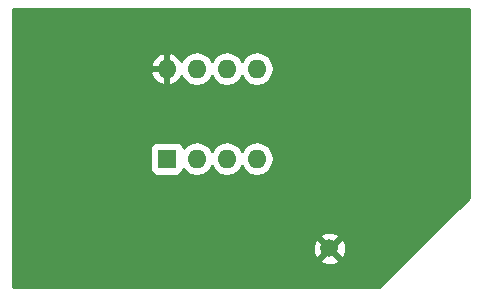
<source format=gbr>
%TF.GenerationSoftware,KiCad,Pcbnew,4.0.6*%
%TF.CreationDate,2017-07-29T18:57:00+02:00*%
%TF.ProjectId,ChipS,43686970532E6B696361645F70636200,rev?*%
%TF.FileFunction,Copper,L2,Bot,Signal*%
%FSLAX46Y46*%
G04 Gerber Fmt 4.6, Leading zero omitted, Abs format (unit mm)*
G04 Created by KiCad (PCBNEW 4.0.6) date 07/29/17 18:57:00*
%MOMM*%
%LPD*%
G01*
G04 APERTURE LIST*
%ADD10C,0.100000*%
%ADD11C,1.500000*%
%ADD12R,1.600000X1.600000*%
%ADD13O,1.600000X1.600000*%
%ADD14C,0.250000*%
G04 APERTURE END LIST*
D10*
D11*
X103500000Y-80000000D03*
D12*
X89716000Y-72392200D03*
D13*
X97336000Y-64772200D03*
X92256000Y-72392200D03*
X94796000Y-64772200D03*
X94796000Y-72392200D03*
X92256000Y-64772200D03*
X97336000Y-72392200D03*
X89716000Y-64772200D03*
D14*
G36*
X115300000Y-75710051D02*
X107710050Y-83300000D01*
X76700000Y-83300000D01*
X76700000Y-80964776D01*
X102712000Y-80964776D01*
X102780371Y-81203147D01*
X103295574Y-81386953D01*
X103841899Y-81359608D01*
X104219629Y-81203147D01*
X104288000Y-80964776D01*
X103500000Y-80176777D01*
X102712000Y-80964776D01*
X76700000Y-80964776D01*
X76700000Y-79795574D01*
X102113047Y-79795574D01*
X102140392Y-80341899D01*
X102296853Y-80719629D01*
X102535224Y-80788000D01*
X103323223Y-80000000D01*
X103676777Y-80000000D01*
X104464776Y-80788000D01*
X104703147Y-80719629D01*
X104886953Y-80204426D01*
X104859608Y-79658101D01*
X104703147Y-79280371D01*
X104464776Y-79212000D01*
X103676777Y-80000000D01*
X103323223Y-80000000D01*
X102535224Y-79212000D01*
X102296853Y-79280371D01*
X102113047Y-79795574D01*
X76700000Y-79795574D01*
X76700000Y-79035224D01*
X102712000Y-79035224D01*
X103500000Y-79823223D01*
X104288000Y-79035224D01*
X104219629Y-78796853D01*
X103704426Y-78613047D01*
X103158101Y-78640392D01*
X102780371Y-78796853D01*
X102712000Y-79035224D01*
X76700000Y-79035224D01*
X76700000Y-71592200D01*
X88278756Y-71592200D01*
X88278756Y-73192200D01*
X88322337Y-73423811D01*
X88459219Y-73636532D01*
X88668076Y-73779238D01*
X88916000Y-73829444D01*
X90516000Y-73829444D01*
X90747611Y-73785863D01*
X90960332Y-73648981D01*
X91103038Y-73440124D01*
X91138764Y-73263703D01*
X91248373Y-73427744D01*
X91710676Y-73736645D01*
X92256000Y-73845117D01*
X92801324Y-73736645D01*
X93263627Y-73427744D01*
X93526000Y-73035075D01*
X93788373Y-73427744D01*
X94250676Y-73736645D01*
X94796000Y-73845117D01*
X95341324Y-73736645D01*
X95803627Y-73427744D01*
X96066000Y-73035075D01*
X96328373Y-73427744D01*
X96790676Y-73736645D01*
X97336000Y-73845117D01*
X97881324Y-73736645D01*
X98343627Y-73427744D01*
X98652528Y-72965441D01*
X98761000Y-72420117D01*
X98761000Y-72364283D01*
X98652528Y-71818959D01*
X98343627Y-71356656D01*
X97881324Y-71047755D01*
X97336000Y-70939283D01*
X96790676Y-71047755D01*
X96328373Y-71356656D01*
X96066000Y-71749325D01*
X95803627Y-71356656D01*
X95341324Y-71047755D01*
X94796000Y-70939283D01*
X94250676Y-71047755D01*
X93788373Y-71356656D01*
X93526000Y-71749325D01*
X93263627Y-71356656D01*
X92801324Y-71047755D01*
X92256000Y-70939283D01*
X91710676Y-71047755D01*
X91248373Y-71356656D01*
X91139564Y-71519500D01*
X91109663Y-71360589D01*
X90972781Y-71147868D01*
X90763924Y-71005162D01*
X90516000Y-70954956D01*
X88916000Y-70954956D01*
X88684389Y-70998537D01*
X88471668Y-71135419D01*
X88328962Y-71344276D01*
X88278756Y-71592200D01*
X76700000Y-71592200D01*
X76700000Y-65117722D01*
X88333514Y-65117722D01*
X88570975Y-65620475D01*
X88982756Y-65994086D01*
X89370479Y-66154676D01*
X89591000Y-66034777D01*
X89591000Y-64897200D01*
X88452733Y-64897200D01*
X88333514Y-65117722D01*
X76700000Y-65117722D01*
X76700000Y-64426678D01*
X88333514Y-64426678D01*
X88452733Y-64647200D01*
X89591000Y-64647200D01*
X89591000Y-63509623D01*
X89841000Y-63509623D01*
X89841000Y-64647200D01*
X89861000Y-64647200D01*
X89861000Y-64897200D01*
X89841000Y-64897200D01*
X89841000Y-66034777D01*
X90061521Y-66154676D01*
X90449244Y-65994086D01*
X90861025Y-65620475D01*
X90969619Y-65390559D01*
X91248373Y-65807744D01*
X91710676Y-66116645D01*
X92256000Y-66225117D01*
X92801324Y-66116645D01*
X93263627Y-65807744D01*
X93526000Y-65415075D01*
X93788373Y-65807744D01*
X94250676Y-66116645D01*
X94796000Y-66225117D01*
X95341324Y-66116645D01*
X95803627Y-65807744D01*
X96066000Y-65415075D01*
X96328373Y-65807744D01*
X96790676Y-66116645D01*
X97336000Y-66225117D01*
X97881324Y-66116645D01*
X98343627Y-65807744D01*
X98652528Y-65345441D01*
X98761000Y-64800117D01*
X98761000Y-64744283D01*
X98652528Y-64198959D01*
X98343627Y-63736656D01*
X97881324Y-63427755D01*
X97336000Y-63319283D01*
X96790676Y-63427755D01*
X96328373Y-63736656D01*
X96066000Y-64129325D01*
X95803627Y-63736656D01*
X95341324Y-63427755D01*
X94796000Y-63319283D01*
X94250676Y-63427755D01*
X93788373Y-63736656D01*
X93526000Y-64129325D01*
X93263627Y-63736656D01*
X92801324Y-63427755D01*
X92256000Y-63319283D01*
X91710676Y-63427755D01*
X91248373Y-63736656D01*
X90969619Y-64153841D01*
X90861025Y-63923925D01*
X90449244Y-63550314D01*
X90061521Y-63389724D01*
X89841000Y-63509623D01*
X89591000Y-63509623D01*
X89370479Y-63389724D01*
X88982756Y-63550314D01*
X88570975Y-63923925D01*
X88333514Y-64426678D01*
X76700000Y-64426678D01*
X76700000Y-59700000D01*
X115300000Y-59700000D01*
X115300000Y-75710051D01*
X115300000Y-75710051D01*
G37*
X115300000Y-75710051D02*
X107710050Y-83300000D01*
X76700000Y-83300000D01*
X76700000Y-80964776D01*
X102712000Y-80964776D01*
X102780371Y-81203147D01*
X103295574Y-81386953D01*
X103841899Y-81359608D01*
X104219629Y-81203147D01*
X104288000Y-80964776D01*
X103500000Y-80176777D01*
X102712000Y-80964776D01*
X76700000Y-80964776D01*
X76700000Y-79795574D01*
X102113047Y-79795574D01*
X102140392Y-80341899D01*
X102296853Y-80719629D01*
X102535224Y-80788000D01*
X103323223Y-80000000D01*
X103676777Y-80000000D01*
X104464776Y-80788000D01*
X104703147Y-80719629D01*
X104886953Y-80204426D01*
X104859608Y-79658101D01*
X104703147Y-79280371D01*
X104464776Y-79212000D01*
X103676777Y-80000000D01*
X103323223Y-80000000D01*
X102535224Y-79212000D01*
X102296853Y-79280371D01*
X102113047Y-79795574D01*
X76700000Y-79795574D01*
X76700000Y-79035224D01*
X102712000Y-79035224D01*
X103500000Y-79823223D01*
X104288000Y-79035224D01*
X104219629Y-78796853D01*
X103704426Y-78613047D01*
X103158101Y-78640392D01*
X102780371Y-78796853D01*
X102712000Y-79035224D01*
X76700000Y-79035224D01*
X76700000Y-71592200D01*
X88278756Y-71592200D01*
X88278756Y-73192200D01*
X88322337Y-73423811D01*
X88459219Y-73636532D01*
X88668076Y-73779238D01*
X88916000Y-73829444D01*
X90516000Y-73829444D01*
X90747611Y-73785863D01*
X90960332Y-73648981D01*
X91103038Y-73440124D01*
X91138764Y-73263703D01*
X91248373Y-73427744D01*
X91710676Y-73736645D01*
X92256000Y-73845117D01*
X92801324Y-73736645D01*
X93263627Y-73427744D01*
X93526000Y-73035075D01*
X93788373Y-73427744D01*
X94250676Y-73736645D01*
X94796000Y-73845117D01*
X95341324Y-73736645D01*
X95803627Y-73427744D01*
X96066000Y-73035075D01*
X96328373Y-73427744D01*
X96790676Y-73736645D01*
X97336000Y-73845117D01*
X97881324Y-73736645D01*
X98343627Y-73427744D01*
X98652528Y-72965441D01*
X98761000Y-72420117D01*
X98761000Y-72364283D01*
X98652528Y-71818959D01*
X98343627Y-71356656D01*
X97881324Y-71047755D01*
X97336000Y-70939283D01*
X96790676Y-71047755D01*
X96328373Y-71356656D01*
X96066000Y-71749325D01*
X95803627Y-71356656D01*
X95341324Y-71047755D01*
X94796000Y-70939283D01*
X94250676Y-71047755D01*
X93788373Y-71356656D01*
X93526000Y-71749325D01*
X93263627Y-71356656D01*
X92801324Y-71047755D01*
X92256000Y-70939283D01*
X91710676Y-71047755D01*
X91248373Y-71356656D01*
X91139564Y-71519500D01*
X91109663Y-71360589D01*
X90972781Y-71147868D01*
X90763924Y-71005162D01*
X90516000Y-70954956D01*
X88916000Y-70954956D01*
X88684389Y-70998537D01*
X88471668Y-71135419D01*
X88328962Y-71344276D01*
X88278756Y-71592200D01*
X76700000Y-71592200D01*
X76700000Y-65117722D01*
X88333514Y-65117722D01*
X88570975Y-65620475D01*
X88982756Y-65994086D01*
X89370479Y-66154676D01*
X89591000Y-66034777D01*
X89591000Y-64897200D01*
X88452733Y-64897200D01*
X88333514Y-65117722D01*
X76700000Y-65117722D01*
X76700000Y-64426678D01*
X88333514Y-64426678D01*
X88452733Y-64647200D01*
X89591000Y-64647200D01*
X89591000Y-63509623D01*
X89841000Y-63509623D01*
X89841000Y-64647200D01*
X89861000Y-64647200D01*
X89861000Y-64897200D01*
X89841000Y-64897200D01*
X89841000Y-66034777D01*
X90061521Y-66154676D01*
X90449244Y-65994086D01*
X90861025Y-65620475D01*
X90969619Y-65390559D01*
X91248373Y-65807744D01*
X91710676Y-66116645D01*
X92256000Y-66225117D01*
X92801324Y-66116645D01*
X93263627Y-65807744D01*
X93526000Y-65415075D01*
X93788373Y-65807744D01*
X94250676Y-66116645D01*
X94796000Y-66225117D01*
X95341324Y-66116645D01*
X95803627Y-65807744D01*
X96066000Y-65415075D01*
X96328373Y-65807744D01*
X96790676Y-66116645D01*
X97336000Y-66225117D01*
X97881324Y-66116645D01*
X98343627Y-65807744D01*
X98652528Y-65345441D01*
X98761000Y-64800117D01*
X98761000Y-64744283D01*
X98652528Y-64198959D01*
X98343627Y-63736656D01*
X97881324Y-63427755D01*
X97336000Y-63319283D01*
X96790676Y-63427755D01*
X96328373Y-63736656D01*
X96066000Y-64129325D01*
X95803627Y-63736656D01*
X95341324Y-63427755D01*
X94796000Y-63319283D01*
X94250676Y-63427755D01*
X93788373Y-63736656D01*
X93526000Y-64129325D01*
X93263627Y-63736656D01*
X92801324Y-63427755D01*
X92256000Y-63319283D01*
X91710676Y-63427755D01*
X91248373Y-63736656D01*
X90969619Y-64153841D01*
X90861025Y-63923925D01*
X90449244Y-63550314D01*
X90061521Y-63389724D01*
X89841000Y-63509623D01*
X89591000Y-63509623D01*
X89370479Y-63389724D01*
X88982756Y-63550314D01*
X88570975Y-63923925D01*
X88333514Y-64426678D01*
X76700000Y-64426678D01*
X76700000Y-59700000D01*
X115300000Y-59700000D01*
X115300000Y-75710051D01*
M02*

</source>
